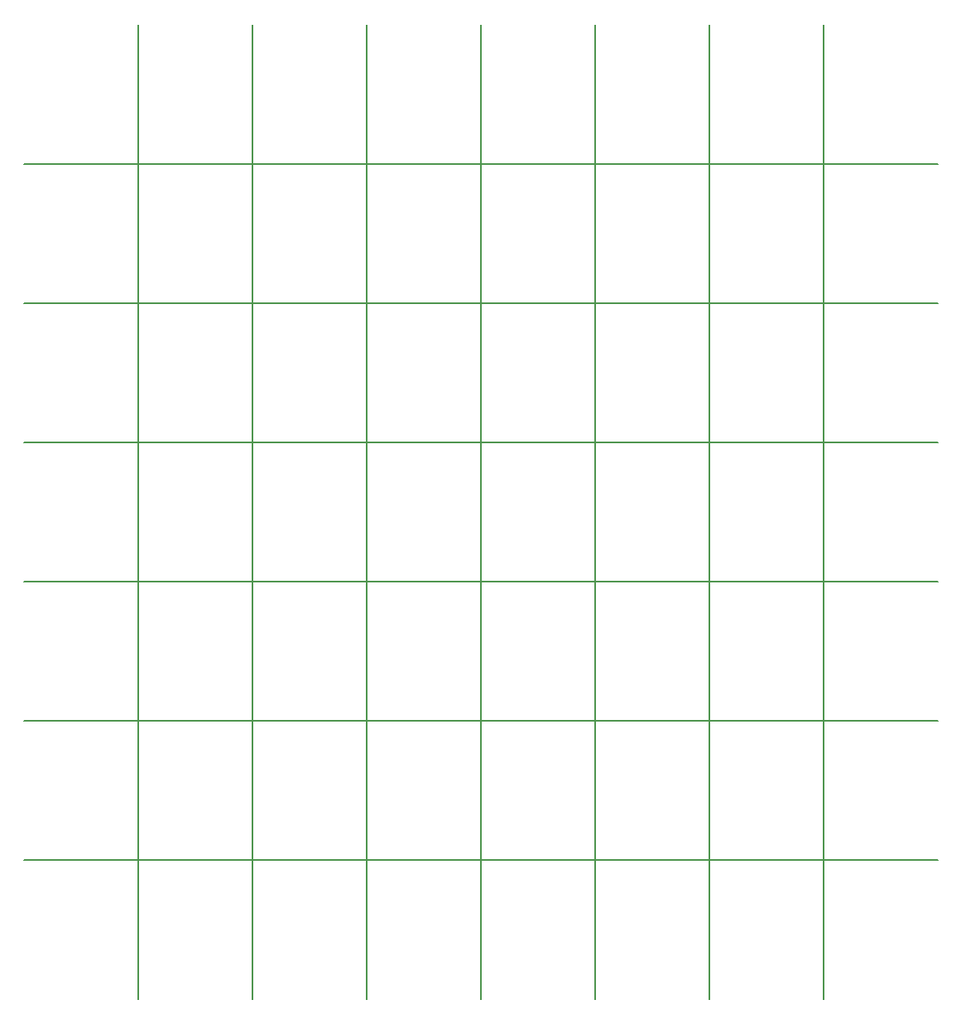
<source format=gbr>
G04 #@! TF.GenerationSoftware,KiCad,Pcbnew,(5.1.4)-1*
G04 #@! TF.CreationDate,2020-04-16T14:11:22+01:00*
G04 #@! TF.ProjectId,sot23Breakout,736f7432-3342-4726-9561-6b6f75742e6b,rev?*
G04 #@! TF.SameCoordinates,Original*
G04 #@! TF.FileFunction,Drawing*
%FSLAX46Y46*%
G04 Gerber Fmt 4.6, Leading zero omitted, Abs format (unit mm)*
G04 Created by KiCad (PCBNEW (5.1.4)-1) date 2020-04-16 14:11:22*
%MOMM*%
%LPD*%
G04 APERTURE LIST*
%ADD10C,0.150000*%
G04 APERTURE END LIST*
D10*
X23622000Y-90932000D02*
X117094000Y-90932000D01*
X23622000Y-105156000D02*
X117094000Y-105156000D01*
X23622000Y-119380000D02*
X117094000Y-119380000D01*
X23622000Y-133604000D02*
X117094000Y-133604000D01*
X23622000Y-147828000D02*
X117094000Y-147828000D01*
X23622000Y-162052000D02*
X117094000Y-162052000D01*
X35306000Y-76708000D02*
X35306000Y-176276000D01*
X46990000Y-176276000D02*
X46990000Y-76708000D01*
X58674000Y-76708000D02*
X58674000Y-176276000D01*
X70358000Y-176276000D02*
X70358000Y-76708000D01*
X82042000Y-76708000D02*
X82042000Y-176276000D01*
X93726000Y-176276000D02*
X93726000Y-76708000D01*
X105410000Y-176276000D02*
X105410000Y-76708000D01*
M02*

</source>
